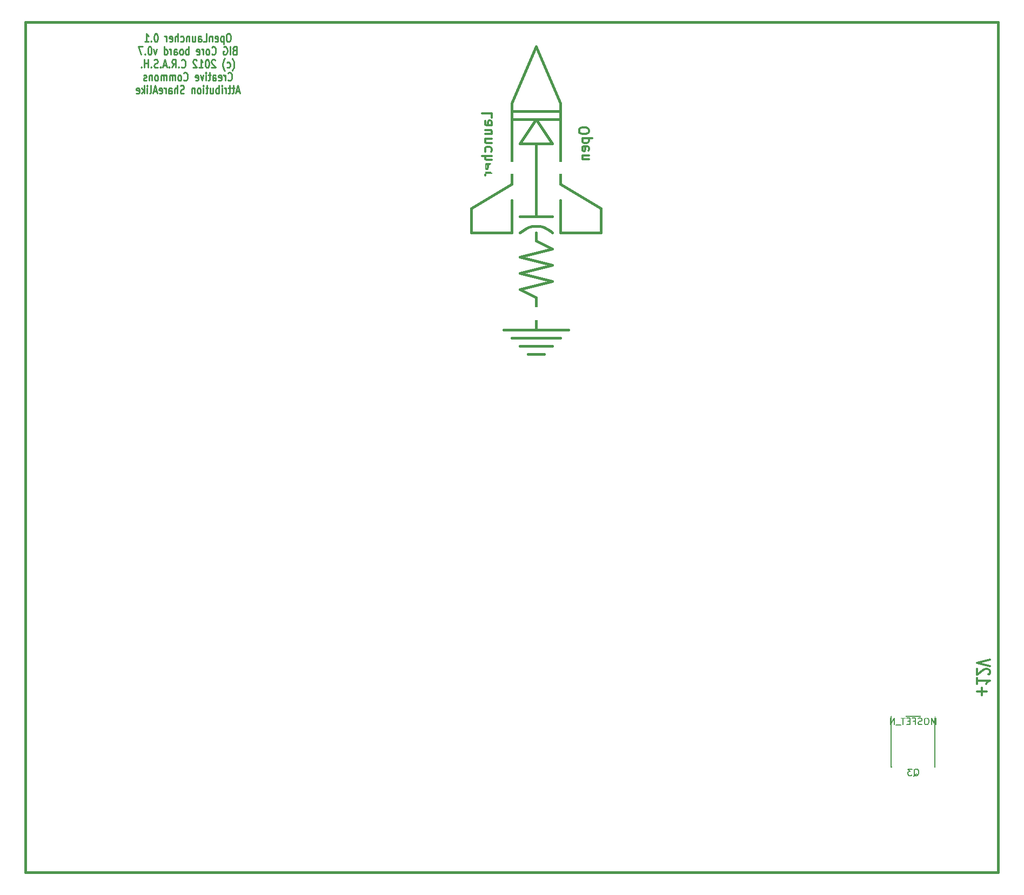
<source format=gbo>
G04 (created by PCBNEW-RS274X (2011-05-25)-stable) date Fri 10 Aug 2012 02:01:07 AM MDT*
G01*
G70*
G90*
%MOIN*%
G04 Gerber Fmt 3.4, Leading zero omitted, Abs format*
%FSLAX34Y34*%
G04 APERTURE LIST*
%ADD10C,0.006000*%
%ADD11C,0.010000*%
%ADD12C,0.012000*%
%ADD13C,0.015000*%
%ADD14C,0.005000*%
%ADD15C,0.008000*%
%ADD16C,0.180000*%
%ADD17C,0.075000*%
%ADD18C,0.080000*%
%ADD19R,0.080000X0.080000*%
%ADD20O,0.110000X0.082000*%
%ADD21R,0.110000X0.082000*%
%ADD22O,0.082000X0.110000*%
%ADD23R,0.082000X0.110000*%
%ADD24C,0.090000*%
%ADD25R,0.090000X0.090000*%
%ADD26R,0.075000X0.075000*%
%ADD27R,0.085000X0.085000*%
%ADD28C,0.085000*%
%ADD29O,0.118400X0.090900*%
%ADD30C,0.320000*%
%ADD31R,0.085000X0.140000*%
%ADD32R,0.260000X0.260000*%
%ADD33R,0.147600X0.147600*%
%ADD34C,0.147600*%
%ADD35C,0.065000*%
G04 APERTURE END LIST*
G54D10*
G54D11*
X40803Y-12952D02*
X40726Y-12952D01*
X40688Y-12976D01*
X40650Y-13024D01*
X40631Y-13119D01*
X40631Y-13286D01*
X40650Y-13381D01*
X40688Y-13429D01*
X40726Y-13452D01*
X40803Y-13452D01*
X40841Y-13429D01*
X40879Y-13381D01*
X40898Y-13286D01*
X40898Y-13119D01*
X40879Y-13024D01*
X40841Y-12976D01*
X40803Y-12952D01*
X40460Y-13119D02*
X40460Y-13619D01*
X40460Y-13143D02*
X40422Y-13119D01*
X40345Y-13119D01*
X40307Y-13143D01*
X40288Y-13167D01*
X40269Y-13214D01*
X40269Y-13357D01*
X40288Y-13405D01*
X40307Y-13429D01*
X40345Y-13452D01*
X40422Y-13452D01*
X40460Y-13429D01*
X39945Y-13429D02*
X39983Y-13452D01*
X40060Y-13452D01*
X40098Y-13429D01*
X40117Y-13381D01*
X40117Y-13190D01*
X40098Y-13143D01*
X40060Y-13119D01*
X39983Y-13119D01*
X39945Y-13143D01*
X39926Y-13190D01*
X39926Y-13238D01*
X40117Y-13286D01*
X39755Y-13119D02*
X39755Y-13452D01*
X39755Y-13167D02*
X39736Y-13143D01*
X39698Y-13119D01*
X39640Y-13119D01*
X39602Y-13143D01*
X39583Y-13190D01*
X39583Y-13452D01*
X39202Y-13452D02*
X39393Y-13452D01*
X39393Y-12952D01*
X38897Y-13452D02*
X38897Y-13190D01*
X38916Y-13143D01*
X38954Y-13119D01*
X39031Y-13119D01*
X39069Y-13143D01*
X38897Y-13429D02*
X38935Y-13452D01*
X39031Y-13452D01*
X39069Y-13429D01*
X39088Y-13381D01*
X39088Y-13333D01*
X39069Y-13286D01*
X39031Y-13262D01*
X38935Y-13262D01*
X38897Y-13238D01*
X38535Y-13119D02*
X38535Y-13452D01*
X38707Y-13119D02*
X38707Y-13381D01*
X38688Y-13429D01*
X38650Y-13452D01*
X38592Y-13452D01*
X38554Y-13429D01*
X38535Y-13405D01*
X38345Y-13119D02*
X38345Y-13452D01*
X38345Y-13167D02*
X38326Y-13143D01*
X38288Y-13119D01*
X38230Y-13119D01*
X38192Y-13143D01*
X38173Y-13190D01*
X38173Y-13452D01*
X37811Y-13429D02*
X37849Y-13452D01*
X37926Y-13452D01*
X37964Y-13429D01*
X37983Y-13405D01*
X38002Y-13357D01*
X38002Y-13214D01*
X37983Y-13167D01*
X37964Y-13143D01*
X37926Y-13119D01*
X37849Y-13119D01*
X37811Y-13143D01*
X37640Y-13452D02*
X37640Y-12952D01*
X37468Y-13452D02*
X37468Y-13190D01*
X37487Y-13143D01*
X37525Y-13119D01*
X37583Y-13119D01*
X37621Y-13143D01*
X37640Y-13167D01*
X37125Y-13429D02*
X37163Y-13452D01*
X37240Y-13452D01*
X37278Y-13429D01*
X37297Y-13381D01*
X37297Y-13190D01*
X37278Y-13143D01*
X37240Y-13119D01*
X37163Y-13119D01*
X37125Y-13143D01*
X37106Y-13190D01*
X37106Y-13238D01*
X37297Y-13286D01*
X36935Y-13452D02*
X36935Y-13119D01*
X36935Y-13214D02*
X36916Y-13167D01*
X36897Y-13143D01*
X36859Y-13119D01*
X36820Y-13119D01*
X36306Y-12952D02*
X36267Y-12952D01*
X36229Y-12976D01*
X36210Y-13000D01*
X36191Y-13048D01*
X36172Y-13143D01*
X36172Y-13262D01*
X36191Y-13357D01*
X36210Y-13405D01*
X36229Y-13429D01*
X36267Y-13452D01*
X36306Y-13452D01*
X36344Y-13429D01*
X36363Y-13405D01*
X36382Y-13357D01*
X36401Y-13262D01*
X36401Y-13143D01*
X36382Y-13048D01*
X36363Y-13000D01*
X36344Y-12976D01*
X36306Y-12952D01*
X36001Y-13405D02*
X35982Y-13429D01*
X36001Y-13452D01*
X36020Y-13429D01*
X36001Y-13405D01*
X36001Y-13452D01*
X35601Y-13452D02*
X35830Y-13452D01*
X35716Y-13452D02*
X35716Y-12952D01*
X35754Y-13024D01*
X35792Y-13071D01*
X35830Y-13095D01*
X41126Y-13990D02*
X41069Y-14014D01*
X41050Y-14038D01*
X41031Y-14086D01*
X41031Y-14157D01*
X41050Y-14205D01*
X41069Y-14229D01*
X41107Y-14252D01*
X41260Y-14252D01*
X41260Y-13752D01*
X41126Y-13752D01*
X41088Y-13776D01*
X41069Y-13800D01*
X41050Y-13848D01*
X41050Y-13895D01*
X41069Y-13943D01*
X41088Y-13967D01*
X41126Y-13990D01*
X41260Y-13990D01*
X40860Y-14252D02*
X40860Y-13752D01*
X40460Y-13776D02*
X40498Y-13752D01*
X40555Y-13752D01*
X40613Y-13776D01*
X40651Y-13824D01*
X40670Y-13871D01*
X40689Y-13967D01*
X40689Y-14038D01*
X40670Y-14133D01*
X40651Y-14181D01*
X40613Y-14229D01*
X40555Y-14252D01*
X40517Y-14252D01*
X40460Y-14229D01*
X40441Y-14205D01*
X40441Y-14038D01*
X40517Y-14038D01*
X39736Y-14205D02*
X39755Y-14229D01*
X39812Y-14252D01*
X39850Y-14252D01*
X39908Y-14229D01*
X39946Y-14181D01*
X39965Y-14133D01*
X39984Y-14038D01*
X39984Y-13967D01*
X39965Y-13871D01*
X39946Y-13824D01*
X39908Y-13776D01*
X39850Y-13752D01*
X39812Y-13752D01*
X39755Y-13776D01*
X39736Y-13800D01*
X39508Y-14252D02*
X39546Y-14229D01*
X39565Y-14205D01*
X39584Y-14157D01*
X39584Y-14014D01*
X39565Y-13967D01*
X39546Y-13943D01*
X39508Y-13919D01*
X39450Y-13919D01*
X39412Y-13943D01*
X39393Y-13967D01*
X39374Y-14014D01*
X39374Y-14157D01*
X39393Y-14205D01*
X39412Y-14229D01*
X39450Y-14252D01*
X39508Y-14252D01*
X39203Y-14252D02*
X39203Y-13919D01*
X39203Y-14014D02*
X39184Y-13967D01*
X39165Y-13943D01*
X39127Y-13919D01*
X39088Y-13919D01*
X38802Y-14229D02*
X38840Y-14252D01*
X38917Y-14252D01*
X38955Y-14229D01*
X38974Y-14181D01*
X38974Y-13990D01*
X38955Y-13943D01*
X38917Y-13919D01*
X38840Y-13919D01*
X38802Y-13943D01*
X38783Y-13990D01*
X38783Y-14038D01*
X38974Y-14086D01*
X38307Y-14252D02*
X38307Y-13752D01*
X38307Y-13943D02*
X38269Y-13919D01*
X38192Y-13919D01*
X38154Y-13943D01*
X38135Y-13967D01*
X38116Y-14014D01*
X38116Y-14157D01*
X38135Y-14205D01*
X38154Y-14229D01*
X38192Y-14252D01*
X38269Y-14252D01*
X38307Y-14229D01*
X37888Y-14252D02*
X37926Y-14229D01*
X37945Y-14205D01*
X37964Y-14157D01*
X37964Y-14014D01*
X37945Y-13967D01*
X37926Y-13943D01*
X37888Y-13919D01*
X37830Y-13919D01*
X37792Y-13943D01*
X37773Y-13967D01*
X37754Y-14014D01*
X37754Y-14157D01*
X37773Y-14205D01*
X37792Y-14229D01*
X37830Y-14252D01*
X37888Y-14252D01*
X37411Y-14252D02*
X37411Y-13990D01*
X37430Y-13943D01*
X37468Y-13919D01*
X37545Y-13919D01*
X37583Y-13943D01*
X37411Y-14229D02*
X37449Y-14252D01*
X37545Y-14252D01*
X37583Y-14229D01*
X37602Y-14181D01*
X37602Y-14133D01*
X37583Y-14086D01*
X37545Y-14062D01*
X37449Y-14062D01*
X37411Y-14038D01*
X37221Y-14252D02*
X37221Y-13919D01*
X37221Y-14014D02*
X37202Y-13967D01*
X37183Y-13943D01*
X37145Y-13919D01*
X37106Y-13919D01*
X36801Y-14252D02*
X36801Y-13752D01*
X36801Y-14229D02*
X36839Y-14252D01*
X36916Y-14252D01*
X36954Y-14229D01*
X36973Y-14205D01*
X36992Y-14157D01*
X36992Y-14014D01*
X36973Y-13967D01*
X36954Y-13943D01*
X36916Y-13919D01*
X36839Y-13919D01*
X36801Y-13943D01*
X36344Y-13919D02*
X36249Y-14252D01*
X36153Y-13919D01*
X35925Y-13752D02*
X35886Y-13752D01*
X35848Y-13776D01*
X35829Y-13800D01*
X35810Y-13848D01*
X35791Y-13943D01*
X35791Y-14062D01*
X35810Y-14157D01*
X35829Y-14205D01*
X35848Y-14229D01*
X35886Y-14252D01*
X35925Y-14252D01*
X35963Y-14229D01*
X35982Y-14205D01*
X36001Y-14157D01*
X36020Y-14062D01*
X36020Y-13943D01*
X36001Y-13848D01*
X35982Y-13800D01*
X35963Y-13776D01*
X35925Y-13752D01*
X35620Y-14205D02*
X35601Y-14229D01*
X35620Y-14252D01*
X35639Y-14229D01*
X35620Y-14205D01*
X35620Y-14252D01*
X35468Y-13752D02*
X35201Y-13752D01*
X35373Y-14252D01*
X40992Y-15243D02*
X41012Y-15219D01*
X41050Y-15148D01*
X41069Y-15100D01*
X41088Y-15029D01*
X41107Y-14910D01*
X41107Y-14814D01*
X41088Y-14695D01*
X41069Y-14624D01*
X41050Y-14576D01*
X41012Y-14505D01*
X40992Y-14481D01*
X40668Y-15029D02*
X40706Y-15052D01*
X40783Y-15052D01*
X40821Y-15029D01*
X40840Y-15005D01*
X40859Y-14957D01*
X40859Y-14814D01*
X40840Y-14767D01*
X40821Y-14743D01*
X40783Y-14719D01*
X40706Y-14719D01*
X40668Y-14743D01*
X40535Y-15243D02*
X40516Y-15219D01*
X40478Y-15148D01*
X40459Y-15100D01*
X40440Y-15029D01*
X40421Y-14910D01*
X40421Y-14814D01*
X40440Y-14695D01*
X40459Y-14624D01*
X40478Y-14576D01*
X40516Y-14505D01*
X40535Y-14481D01*
X39944Y-14600D02*
X39925Y-14576D01*
X39887Y-14552D01*
X39791Y-14552D01*
X39753Y-14576D01*
X39734Y-14600D01*
X39715Y-14648D01*
X39715Y-14695D01*
X39734Y-14767D01*
X39963Y-15052D01*
X39715Y-15052D01*
X39468Y-14552D02*
X39429Y-14552D01*
X39391Y-14576D01*
X39372Y-14600D01*
X39353Y-14648D01*
X39334Y-14743D01*
X39334Y-14862D01*
X39353Y-14957D01*
X39372Y-15005D01*
X39391Y-15029D01*
X39429Y-15052D01*
X39468Y-15052D01*
X39506Y-15029D01*
X39525Y-15005D01*
X39544Y-14957D01*
X39563Y-14862D01*
X39563Y-14743D01*
X39544Y-14648D01*
X39525Y-14600D01*
X39506Y-14576D01*
X39468Y-14552D01*
X38953Y-15052D02*
X39182Y-15052D01*
X39068Y-15052D02*
X39068Y-14552D01*
X39106Y-14624D01*
X39144Y-14671D01*
X39182Y-14695D01*
X38801Y-14600D02*
X38782Y-14576D01*
X38744Y-14552D01*
X38648Y-14552D01*
X38610Y-14576D01*
X38591Y-14600D01*
X38572Y-14648D01*
X38572Y-14695D01*
X38591Y-14767D01*
X38820Y-15052D01*
X38572Y-15052D01*
X37867Y-15005D02*
X37886Y-15029D01*
X37943Y-15052D01*
X37981Y-15052D01*
X38039Y-15029D01*
X38077Y-14981D01*
X38096Y-14933D01*
X38115Y-14838D01*
X38115Y-14767D01*
X38096Y-14671D01*
X38077Y-14624D01*
X38039Y-14576D01*
X37981Y-14552D01*
X37943Y-14552D01*
X37886Y-14576D01*
X37867Y-14600D01*
X37696Y-15005D02*
X37677Y-15029D01*
X37696Y-15052D01*
X37715Y-15029D01*
X37696Y-15005D01*
X37696Y-15052D01*
X37277Y-15052D02*
X37411Y-14814D01*
X37506Y-15052D02*
X37506Y-14552D01*
X37353Y-14552D01*
X37315Y-14576D01*
X37296Y-14600D01*
X37277Y-14648D01*
X37277Y-14719D01*
X37296Y-14767D01*
X37315Y-14790D01*
X37353Y-14814D01*
X37506Y-14814D01*
X37106Y-15005D02*
X37087Y-15029D01*
X37106Y-15052D01*
X37125Y-15029D01*
X37106Y-15005D01*
X37106Y-15052D01*
X36935Y-14910D02*
X36744Y-14910D01*
X36973Y-15052D02*
X36840Y-14552D01*
X36706Y-15052D01*
X36573Y-15005D02*
X36554Y-15029D01*
X36573Y-15052D01*
X36592Y-15029D01*
X36573Y-15005D01*
X36573Y-15052D01*
X36402Y-15029D02*
X36345Y-15052D01*
X36249Y-15052D01*
X36211Y-15029D01*
X36192Y-15005D01*
X36173Y-14957D01*
X36173Y-14910D01*
X36192Y-14862D01*
X36211Y-14838D01*
X36249Y-14814D01*
X36326Y-14790D01*
X36364Y-14767D01*
X36383Y-14743D01*
X36402Y-14695D01*
X36402Y-14648D01*
X36383Y-14600D01*
X36364Y-14576D01*
X36326Y-14552D01*
X36230Y-14552D01*
X36173Y-14576D01*
X36002Y-15005D02*
X35983Y-15029D01*
X36002Y-15052D01*
X36021Y-15029D01*
X36002Y-15005D01*
X36002Y-15052D01*
X35812Y-15052D02*
X35812Y-14552D01*
X35812Y-14790D02*
X35583Y-14790D01*
X35583Y-15052D02*
X35583Y-14552D01*
X35393Y-15005D02*
X35374Y-15029D01*
X35393Y-15052D01*
X35412Y-15029D01*
X35393Y-15005D01*
X35393Y-15052D01*
X40726Y-15805D02*
X40745Y-15829D01*
X40802Y-15852D01*
X40840Y-15852D01*
X40898Y-15829D01*
X40936Y-15781D01*
X40955Y-15733D01*
X40974Y-15638D01*
X40974Y-15567D01*
X40955Y-15471D01*
X40936Y-15424D01*
X40898Y-15376D01*
X40840Y-15352D01*
X40802Y-15352D01*
X40745Y-15376D01*
X40726Y-15400D01*
X40555Y-15852D02*
X40555Y-15519D01*
X40555Y-15614D02*
X40536Y-15567D01*
X40517Y-15543D01*
X40479Y-15519D01*
X40440Y-15519D01*
X40154Y-15829D02*
X40192Y-15852D01*
X40269Y-15852D01*
X40307Y-15829D01*
X40326Y-15781D01*
X40326Y-15590D01*
X40307Y-15543D01*
X40269Y-15519D01*
X40192Y-15519D01*
X40154Y-15543D01*
X40135Y-15590D01*
X40135Y-15638D01*
X40326Y-15686D01*
X39792Y-15852D02*
X39792Y-15590D01*
X39811Y-15543D01*
X39849Y-15519D01*
X39926Y-15519D01*
X39964Y-15543D01*
X39792Y-15829D02*
X39830Y-15852D01*
X39926Y-15852D01*
X39964Y-15829D01*
X39983Y-15781D01*
X39983Y-15733D01*
X39964Y-15686D01*
X39926Y-15662D01*
X39830Y-15662D01*
X39792Y-15638D01*
X39659Y-15519D02*
X39507Y-15519D01*
X39602Y-15352D02*
X39602Y-15781D01*
X39583Y-15829D01*
X39545Y-15852D01*
X39507Y-15852D01*
X39373Y-15852D02*
X39373Y-15519D01*
X39373Y-15352D02*
X39392Y-15376D01*
X39373Y-15400D01*
X39354Y-15376D01*
X39373Y-15352D01*
X39373Y-15400D01*
X39221Y-15519D02*
X39126Y-15852D01*
X39030Y-15519D01*
X38725Y-15829D02*
X38763Y-15852D01*
X38840Y-15852D01*
X38878Y-15829D01*
X38897Y-15781D01*
X38897Y-15590D01*
X38878Y-15543D01*
X38840Y-15519D01*
X38763Y-15519D01*
X38725Y-15543D01*
X38706Y-15590D01*
X38706Y-15638D01*
X38897Y-15686D01*
X38001Y-15805D02*
X38020Y-15829D01*
X38077Y-15852D01*
X38115Y-15852D01*
X38173Y-15829D01*
X38211Y-15781D01*
X38230Y-15733D01*
X38249Y-15638D01*
X38249Y-15567D01*
X38230Y-15471D01*
X38211Y-15424D01*
X38173Y-15376D01*
X38115Y-15352D01*
X38077Y-15352D01*
X38020Y-15376D01*
X38001Y-15400D01*
X37773Y-15852D02*
X37811Y-15829D01*
X37830Y-15805D01*
X37849Y-15757D01*
X37849Y-15614D01*
X37830Y-15567D01*
X37811Y-15543D01*
X37773Y-15519D01*
X37715Y-15519D01*
X37677Y-15543D01*
X37658Y-15567D01*
X37639Y-15614D01*
X37639Y-15757D01*
X37658Y-15805D01*
X37677Y-15829D01*
X37715Y-15852D01*
X37773Y-15852D01*
X37468Y-15852D02*
X37468Y-15519D01*
X37468Y-15567D02*
X37449Y-15543D01*
X37411Y-15519D01*
X37353Y-15519D01*
X37315Y-15543D01*
X37296Y-15590D01*
X37296Y-15852D01*
X37296Y-15590D02*
X37277Y-15543D01*
X37239Y-15519D01*
X37182Y-15519D01*
X37144Y-15543D01*
X37125Y-15590D01*
X37125Y-15852D01*
X36935Y-15852D02*
X36935Y-15519D01*
X36935Y-15567D02*
X36916Y-15543D01*
X36878Y-15519D01*
X36820Y-15519D01*
X36782Y-15543D01*
X36763Y-15590D01*
X36763Y-15852D01*
X36763Y-15590D02*
X36744Y-15543D01*
X36706Y-15519D01*
X36649Y-15519D01*
X36611Y-15543D01*
X36592Y-15590D01*
X36592Y-15852D01*
X36345Y-15852D02*
X36383Y-15829D01*
X36402Y-15805D01*
X36421Y-15757D01*
X36421Y-15614D01*
X36402Y-15567D01*
X36383Y-15543D01*
X36345Y-15519D01*
X36287Y-15519D01*
X36249Y-15543D01*
X36230Y-15567D01*
X36211Y-15614D01*
X36211Y-15757D01*
X36230Y-15805D01*
X36249Y-15829D01*
X36287Y-15852D01*
X36345Y-15852D01*
X36040Y-15519D02*
X36040Y-15852D01*
X36040Y-15567D02*
X36021Y-15543D01*
X35983Y-15519D01*
X35925Y-15519D01*
X35887Y-15543D01*
X35868Y-15590D01*
X35868Y-15852D01*
X35697Y-15829D02*
X35659Y-15852D01*
X35583Y-15852D01*
X35544Y-15829D01*
X35525Y-15781D01*
X35525Y-15757D01*
X35544Y-15710D01*
X35583Y-15686D01*
X35640Y-15686D01*
X35678Y-15662D01*
X35697Y-15614D01*
X35697Y-15590D01*
X35678Y-15543D01*
X35640Y-15519D01*
X35583Y-15519D01*
X35544Y-15543D01*
X41432Y-16510D02*
X41241Y-16510D01*
X41470Y-16652D02*
X41337Y-16152D01*
X41203Y-16652D01*
X41127Y-16319D02*
X40975Y-16319D01*
X41070Y-16152D02*
X41070Y-16581D01*
X41051Y-16629D01*
X41013Y-16652D01*
X40975Y-16652D01*
X40898Y-16319D02*
X40746Y-16319D01*
X40841Y-16152D02*
X40841Y-16581D01*
X40822Y-16629D01*
X40784Y-16652D01*
X40746Y-16652D01*
X40612Y-16652D02*
X40612Y-16319D01*
X40612Y-16414D02*
X40593Y-16367D01*
X40574Y-16343D01*
X40536Y-16319D01*
X40497Y-16319D01*
X40364Y-16652D02*
X40364Y-16319D01*
X40364Y-16152D02*
X40383Y-16176D01*
X40364Y-16200D01*
X40345Y-16176D01*
X40364Y-16152D01*
X40364Y-16200D01*
X40174Y-16652D02*
X40174Y-16152D01*
X40174Y-16343D02*
X40136Y-16319D01*
X40059Y-16319D01*
X40021Y-16343D01*
X40002Y-16367D01*
X39983Y-16414D01*
X39983Y-16557D01*
X40002Y-16605D01*
X40021Y-16629D01*
X40059Y-16652D01*
X40136Y-16652D01*
X40174Y-16629D01*
X39640Y-16319D02*
X39640Y-16652D01*
X39812Y-16319D02*
X39812Y-16581D01*
X39793Y-16629D01*
X39755Y-16652D01*
X39697Y-16652D01*
X39659Y-16629D01*
X39640Y-16605D01*
X39507Y-16319D02*
X39355Y-16319D01*
X39450Y-16152D02*
X39450Y-16581D01*
X39431Y-16629D01*
X39393Y-16652D01*
X39355Y-16652D01*
X39221Y-16652D02*
X39221Y-16319D01*
X39221Y-16152D02*
X39240Y-16176D01*
X39221Y-16200D01*
X39202Y-16176D01*
X39221Y-16152D01*
X39221Y-16200D01*
X38974Y-16652D02*
X39012Y-16629D01*
X39031Y-16605D01*
X39050Y-16557D01*
X39050Y-16414D01*
X39031Y-16367D01*
X39012Y-16343D01*
X38974Y-16319D01*
X38916Y-16319D01*
X38878Y-16343D01*
X38859Y-16367D01*
X38840Y-16414D01*
X38840Y-16557D01*
X38859Y-16605D01*
X38878Y-16629D01*
X38916Y-16652D01*
X38974Y-16652D01*
X38669Y-16319D02*
X38669Y-16652D01*
X38669Y-16367D02*
X38650Y-16343D01*
X38612Y-16319D01*
X38554Y-16319D01*
X38516Y-16343D01*
X38497Y-16390D01*
X38497Y-16652D01*
X38021Y-16629D02*
X37964Y-16652D01*
X37868Y-16652D01*
X37830Y-16629D01*
X37811Y-16605D01*
X37792Y-16557D01*
X37792Y-16510D01*
X37811Y-16462D01*
X37830Y-16438D01*
X37868Y-16414D01*
X37945Y-16390D01*
X37983Y-16367D01*
X38002Y-16343D01*
X38021Y-16295D01*
X38021Y-16248D01*
X38002Y-16200D01*
X37983Y-16176D01*
X37945Y-16152D01*
X37849Y-16152D01*
X37792Y-16176D01*
X37621Y-16652D02*
X37621Y-16152D01*
X37449Y-16652D02*
X37449Y-16390D01*
X37468Y-16343D01*
X37506Y-16319D01*
X37564Y-16319D01*
X37602Y-16343D01*
X37621Y-16367D01*
X37087Y-16652D02*
X37087Y-16390D01*
X37106Y-16343D01*
X37144Y-16319D01*
X37221Y-16319D01*
X37259Y-16343D01*
X37087Y-16629D02*
X37125Y-16652D01*
X37221Y-16652D01*
X37259Y-16629D01*
X37278Y-16581D01*
X37278Y-16533D01*
X37259Y-16486D01*
X37221Y-16462D01*
X37125Y-16462D01*
X37087Y-16438D01*
X36897Y-16652D02*
X36897Y-16319D01*
X36897Y-16414D02*
X36878Y-16367D01*
X36859Y-16343D01*
X36821Y-16319D01*
X36782Y-16319D01*
X36496Y-16629D02*
X36534Y-16652D01*
X36611Y-16652D01*
X36649Y-16629D01*
X36668Y-16581D01*
X36668Y-16390D01*
X36649Y-16343D01*
X36611Y-16319D01*
X36534Y-16319D01*
X36496Y-16343D01*
X36477Y-16390D01*
X36477Y-16438D01*
X36668Y-16486D01*
X36325Y-16510D02*
X36134Y-16510D01*
X36363Y-16652D02*
X36230Y-16152D01*
X36096Y-16652D01*
X35906Y-16652D02*
X35944Y-16629D01*
X35963Y-16581D01*
X35963Y-16152D01*
X35753Y-16652D02*
X35753Y-16319D01*
X35753Y-16152D02*
X35772Y-16176D01*
X35753Y-16200D01*
X35734Y-16176D01*
X35753Y-16152D01*
X35753Y-16200D01*
X35563Y-16652D02*
X35563Y-16152D01*
X35525Y-16462D02*
X35410Y-16652D01*
X35410Y-16319D02*
X35563Y-16510D01*
X35086Y-16629D02*
X35124Y-16652D01*
X35201Y-16652D01*
X35239Y-16629D01*
X35258Y-16581D01*
X35258Y-16390D01*
X35239Y-16343D01*
X35201Y-16319D01*
X35124Y-16319D01*
X35086Y-16343D01*
X35067Y-16390D01*
X35067Y-16438D01*
X35258Y-16486D01*
G54D12*
X87231Y-53806D02*
X87231Y-53349D01*
X86926Y-53578D02*
X87536Y-53578D01*
X86926Y-52749D02*
X86926Y-53092D01*
X86926Y-52920D02*
X87726Y-52920D01*
X87612Y-52977D01*
X87536Y-53035D01*
X87498Y-53092D01*
X87650Y-52521D02*
X87688Y-52492D01*
X87726Y-52435D01*
X87726Y-52292D01*
X87688Y-52235D01*
X87650Y-52206D01*
X87574Y-52178D01*
X87498Y-52178D01*
X87383Y-52206D01*
X86926Y-52549D01*
X86926Y-52178D01*
X87726Y-52007D02*
X86926Y-51807D01*
X87726Y-51607D01*
G54D13*
X28250Y-64750D02*
X28250Y-62500D01*
X88250Y-64750D02*
X88250Y-62500D01*
X88250Y-61250D02*
X88250Y-62500D01*
X28250Y-62500D02*
X28250Y-60750D01*
X28250Y-12250D02*
X28250Y-62250D01*
X88250Y-12250D02*
X28250Y-12250D01*
X88250Y-62250D02*
X88250Y-12250D01*
X28250Y-64750D02*
X88250Y-64750D01*
G54D14*
X83550Y-55100D02*
X83550Y-53850D01*
X83550Y-53850D02*
X84250Y-53850D01*
X84250Y-53850D02*
X84250Y-55100D01*
X81750Y-55100D02*
X81750Y-53850D01*
X81750Y-53850D02*
X82450Y-53850D01*
X82450Y-53850D02*
X82450Y-55100D01*
X84350Y-57500D02*
X84350Y-55100D01*
X84350Y-55100D02*
X81650Y-55100D01*
X81650Y-55100D02*
X81650Y-58200D01*
X81650Y-58250D02*
X84350Y-58250D01*
X84350Y-58200D02*
X84350Y-57500D01*
G54D13*
X60250Y-32750D02*
X59250Y-32750D01*
X60750Y-32250D02*
X58750Y-32250D01*
X61250Y-31750D02*
X58250Y-31750D01*
X61750Y-31250D02*
X57750Y-31250D01*
X59750Y-30250D02*
X59750Y-31250D01*
X59750Y-19750D02*
X59750Y-24250D01*
X59750Y-18250D02*
X60750Y-19750D01*
X60750Y-19750D02*
X58750Y-19750D01*
X58750Y-19750D02*
X59750Y-18250D01*
X59750Y-25250D02*
X59750Y-25750D01*
X59750Y-25750D02*
X60750Y-26250D01*
X60750Y-26250D02*
X58750Y-26750D01*
X58750Y-26750D02*
X60750Y-27250D01*
X60750Y-27250D02*
X58750Y-27750D01*
X58750Y-27750D02*
X60750Y-28250D01*
X60750Y-28250D02*
X58750Y-28750D01*
X58750Y-28750D02*
X59750Y-29250D01*
X59750Y-29250D02*
X59750Y-30250D01*
X61250Y-17750D02*
X58250Y-17750D01*
X58250Y-17750D02*
X58250Y-18250D01*
X58250Y-18250D02*
X61250Y-18250D01*
X60749Y-25251D02*
X60658Y-25167D01*
X60561Y-25092D01*
X60457Y-25026D01*
X60347Y-24969D01*
X60233Y-24922D01*
X60115Y-24885D01*
X59995Y-24858D01*
X59873Y-24842D01*
X59750Y-24836D01*
X59627Y-24842D01*
X59505Y-24858D01*
X59385Y-24885D01*
X59267Y-24922D01*
X59153Y-24969D01*
X59044Y-25026D01*
X58939Y-25092D01*
X58842Y-25167D01*
X58751Y-25251D01*
X60750Y-24250D02*
X58750Y-24250D01*
X58250Y-25250D02*
X58250Y-23250D01*
X58250Y-25250D02*
X55750Y-25250D01*
X55750Y-25250D02*
X55750Y-23750D01*
X55750Y-23750D02*
X58250Y-22250D01*
X58250Y-22250D02*
X58250Y-17250D01*
X58250Y-17250D02*
X59750Y-13750D01*
X59750Y-13750D02*
X61250Y-17250D01*
X61250Y-17250D02*
X61250Y-22250D01*
X61250Y-22250D02*
X63750Y-23750D01*
X63750Y-23750D02*
X63750Y-25250D01*
X63750Y-25250D02*
X61250Y-25250D01*
X61250Y-25250D02*
X61250Y-23250D01*
G54D15*
X83038Y-58800D02*
X83076Y-58781D01*
X83114Y-58743D01*
X83171Y-58686D01*
X83210Y-58667D01*
X83248Y-58667D01*
X83229Y-58762D02*
X83267Y-58743D01*
X83305Y-58705D01*
X83324Y-58629D01*
X83324Y-58495D01*
X83305Y-58419D01*
X83267Y-58381D01*
X83229Y-58362D01*
X83152Y-58362D01*
X83114Y-58381D01*
X83076Y-58419D01*
X83057Y-58495D01*
X83057Y-58629D01*
X83076Y-58705D01*
X83114Y-58743D01*
X83152Y-58762D01*
X83229Y-58762D01*
X82924Y-58362D02*
X82676Y-58362D01*
X82810Y-58514D01*
X82752Y-58514D01*
X82714Y-58533D01*
X82695Y-58552D01*
X82676Y-58590D01*
X82676Y-58686D01*
X82695Y-58724D01*
X82714Y-58743D01*
X82752Y-58762D01*
X82867Y-58762D01*
X82905Y-58743D01*
X82924Y-58724D01*
X84400Y-55612D02*
X84400Y-55212D01*
X84266Y-55498D01*
X84133Y-55212D01*
X84133Y-55612D01*
X83867Y-55212D02*
X83790Y-55212D01*
X83752Y-55231D01*
X83714Y-55269D01*
X83695Y-55345D01*
X83695Y-55479D01*
X83714Y-55555D01*
X83752Y-55593D01*
X83790Y-55612D01*
X83867Y-55612D01*
X83905Y-55593D01*
X83943Y-55555D01*
X83962Y-55479D01*
X83962Y-55345D01*
X83943Y-55269D01*
X83905Y-55231D01*
X83867Y-55212D01*
X83543Y-55593D02*
X83486Y-55612D01*
X83390Y-55612D01*
X83352Y-55593D01*
X83333Y-55574D01*
X83314Y-55536D01*
X83314Y-55498D01*
X83333Y-55460D01*
X83352Y-55440D01*
X83390Y-55421D01*
X83467Y-55402D01*
X83505Y-55383D01*
X83524Y-55364D01*
X83543Y-55326D01*
X83543Y-55288D01*
X83524Y-55250D01*
X83505Y-55231D01*
X83467Y-55212D01*
X83371Y-55212D01*
X83314Y-55231D01*
X83009Y-55402D02*
X83143Y-55402D01*
X83143Y-55612D02*
X83143Y-55212D01*
X82952Y-55212D01*
X82800Y-55402D02*
X82666Y-55402D01*
X82609Y-55612D02*
X82800Y-55612D01*
X82800Y-55212D01*
X82609Y-55212D01*
X82495Y-55212D02*
X82266Y-55212D01*
X82381Y-55612D02*
X82381Y-55212D01*
X82228Y-55650D02*
X81923Y-55650D01*
X81828Y-55612D02*
X81828Y-55212D01*
X81599Y-55612D01*
X81599Y-55212D01*
G54D12*
X56993Y-18151D02*
X56993Y-17865D01*
X56393Y-17865D01*
X56993Y-18608D02*
X56679Y-18608D01*
X56621Y-18579D01*
X56593Y-18522D01*
X56593Y-18408D01*
X56621Y-18351D01*
X56964Y-18608D02*
X56993Y-18551D01*
X56993Y-18408D01*
X56964Y-18351D01*
X56907Y-18322D01*
X56850Y-18322D01*
X56793Y-18351D01*
X56764Y-18408D01*
X56764Y-18551D01*
X56736Y-18608D01*
X56593Y-19151D02*
X56993Y-19151D01*
X56593Y-18894D02*
X56907Y-18894D01*
X56964Y-18922D01*
X56993Y-18980D01*
X56993Y-19065D01*
X56964Y-19122D01*
X56936Y-19151D01*
X56593Y-19437D02*
X56993Y-19437D01*
X56650Y-19437D02*
X56621Y-19465D01*
X56593Y-19523D01*
X56593Y-19608D01*
X56621Y-19665D01*
X56679Y-19694D01*
X56993Y-19694D01*
X56964Y-20237D02*
X56993Y-20180D01*
X56993Y-20066D01*
X56964Y-20008D01*
X56936Y-19980D01*
X56879Y-19951D01*
X56707Y-19951D01*
X56650Y-19980D01*
X56621Y-20008D01*
X56593Y-20066D01*
X56593Y-20180D01*
X56621Y-20237D01*
X56993Y-20494D02*
X56393Y-20494D01*
X56993Y-20751D02*
X56679Y-20751D01*
X56621Y-20722D01*
X56593Y-20665D01*
X56593Y-20580D01*
X56621Y-20522D01*
X56650Y-20494D01*
X56964Y-21265D02*
X56993Y-21208D01*
X56993Y-21094D01*
X56964Y-21037D01*
X56907Y-21008D01*
X56679Y-21008D01*
X56621Y-21037D01*
X56593Y-21094D01*
X56593Y-21208D01*
X56621Y-21265D01*
X56679Y-21294D01*
X56736Y-21294D01*
X56793Y-21008D01*
X56993Y-21551D02*
X56593Y-21551D01*
X56707Y-21551D02*
X56650Y-21579D01*
X56621Y-21608D01*
X56593Y-21665D01*
X56593Y-21722D01*
X62393Y-18893D02*
X62393Y-19007D01*
X62421Y-19065D01*
X62479Y-19122D01*
X62593Y-19150D01*
X62793Y-19150D01*
X62907Y-19122D01*
X62964Y-19065D01*
X62993Y-19007D01*
X62993Y-18893D01*
X62964Y-18836D01*
X62907Y-18779D01*
X62793Y-18750D01*
X62593Y-18750D01*
X62479Y-18779D01*
X62421Y-18836D01*
X62393Y-18893D01*
X62593Y-19408D02*
X63193Y-19408D01*
X62621Y-19408D02*
X62593Y-19465D01*
X62593Y-19579D01*
X62621Y-19636D01*
X62650Y-19665D01*
X62707Y-19694D01*
X62879Y-19694D01*
X62936Y-19665D01*
X62964Y-19636D01*
X62993Y-19579D01*
X62993Y-19465D01*
X62964Y-19408D01*
X62964Y-20179D02*
X62993Y-20122D01*
X62993Y-20008D01*
X62964Y-19951D01*
X62907Y-19922D01*
X62679Y-19922D01*
X62621Y-19951D01*
X62593Y-20008D01*
X62593Y-20122D01*
X62621Y-20179D01*
X62679Y-20208D01*
X62736Y-20208D01*
X62793Y-19922D01*
X62593Y-20465D02*
X62993Y-20465D01*
X62650Y-20465D02*
X62621Y-20493D01*
X62593Y-20551D01*
X62593Y-20636D01*
X62621Y-20693D01*
X62679Y-20722D01*
X62993Y-20722D01*
%LPC*%
G54D16*
X62750Y-34250D03*
X82250Y-14250D03*
X48250Y-14250D03*
X63250Y-14250D03*
G54D17*
X63270Y-18190D03*
X63270Y-16190D03*
G54D18*
X60350Y-38750D03*
G54D19*
X65000Y-23000D03*
G54D18*
X66000Y-23000D03*
X67000Y-23000D03*
G54D19*
X65000Y-24500D03*
G54D18*
X66000Y-24500D03*
X67000Y-24500D03*
G54D19*
X65000Y-21500D03*
G54D18*
X66000Y-21500D03*
X67000Y-21500D03*
G54D19*
X34000Y-59750D03*
G54D18*
X35000Y-59750D03*
X36000Y-59750D03*
X37000Y-59750D03*
X38000Y-59750D03*
X39000Y-59750D03*
G54D19*
X46500Y-59750D03*
G54D18*
X47500Y-59750D03*
X48500Y-59750D03*
X49500Y-59750D03*
X50500Y-59750D03*
X51500Y-59750D03*
G54D20*
X49250Y-32750D03*
X49250Y-33750D03*
X49250Y-34750D03*
X49250Y-35750D03*
X49250Y-36750D03*
X49250Y-37750D03*
X49250Y-38750D03*
X49250Y-39750D03*
X49250Y-40750D03*
X49250Y-41750D03*
X49250Y-42750D03*
X49250Y-43750D03*
X49250Y-44750D03*
G54D21*
X49250Y-31750D03*
G54D20*
X52250Y-44750D03*
X52250Y-43750D03*
X52250Y-42750D03*
X52250Y-41750D03*
X52250Y-40750D03*
X52250Y-39750D03*
X52250Y-38750D03*
X52250Y-37750D03*
X52250Y-36750D03*
X52250Y-35750D03*
X52250Y-34750D03*
X52250Y-33750D03*
X52250Y-32750D03*
X52250Y-31750D03*
G54D22*
X34250Y-48250D03*
X35250Y-48250D03*
X36250Y-48250D03*
X37250Y-48250D03*
X38250Y-48250D03*
X39250Y-48250D03*
X40250Y-48250D03*
X41250Y-48250D03*
X42250Y-48250D03*
X43250Y-48250D03*
X44250Y-48250D03*
X45250Y-48250D03*
X46250Y-48250D03*
G54D23*
X33250Y-48250D03*
G54D22*
X46250Y-45250D03*
X45250Y-45250D03*
X44250Y-45250D03*
X43250Y-45250D03*
X42250Y-45250D03*
X41250Y-45250D03*
X40250Y-45250D03*
X39250Y-45250D03*
X38250Y-45250D03*
X37250Y-45250D03*
X36250Y-45250D03*
X35250Y-45250D03*
X34250Y-45250D03*
X33250Y-45250D03*
G54D23*
X49750Y-50750D03*
G54D22*
X50750Y-50750D03*
X51750Y-50750D03*
X52750Y-50750D03*
X53750Y-50750D03*
X54750Y-50750D03*
X55750Y-50750D03*
X56750Y-50750D03*
X57750Y-50750D03*
X57750Y-47750D03*
X56750Y-47750D03*
X55750Y-47750D03*
X54750Y-47750D03*
X53750Y-47750D03*
X52750Y-47750D03*
X51750Y-47750D03*
X50750Y-47750D03*
X49750Y-47750D03*
G54D24*
X82750Y-46250D03*
G54D25*
X86750Y-46250D03*
G54D26*
X85750Y-52750D03*
G54D17*
X82750Y-52750D03*
X69000Y-26750D03*
X67000Y-26750D03*
X74750Y-51250D03*
X72750Y-51250D03*
X77000Y-26750D03*
X77000Y-27750D03*
X69850Y-45350D03*
X71850Y-45350D03*
X77000Y-25750D03*
X77000Y-24750D03*
G54D19*
X59000Y-59750D03*
G54D18*
X60000Y-59750D03*
X61000Y-59750D03*
X62000Y-59750D03*
X63000Y-59750D03*
X64000Y-59750D03*
G54D25*
X66750Y-39750D03*
G54D24*
X66750Y-41750D03*
G54D17*
X83000Y-34750D03*
X83000Y-32750D03*
G54D24*
X66750Y-50750D03*
G54D25*
X66750Y-45750D03*
G54D24*
X75750Y-55250D03*
G54D25*
X71750Y-55250D03*
G54D26*
X77250Y-49750D03*
G54D17*
X77250Y-52750D03*
G54D26*
X77750Y-44500D03*
G54D17*
X74750Y-44500D03*
G54D19*
X72500Y-59750D03*
G54D18*
X73500Y-59750D03*
X74500Y-59750D03*
X75500Y-59750D03*
X76500Y-59750D03*
X77500Y-59750D03*
G54D20*
X73500Y-33750D03*
X73500Y-32750D03*
X73500Y-31750D03*
X73500Y-30750D03*
X73500Y-29750D03*
X73500Y-28750D03*
X73500Y-27750D03*
X73500Y-26750D03*
X73500Y-25750D03*
X73500Y-24750D03*
X73500Y-23750D03*
X73500Y-22750D03*
X73500Y-21750D03*
G54D21*
X73500Y-34750D03*
G54D20*
X70500Y-21750D03*
X70500Y-22750D03*
X70500Y-23750D03*
X70500Y-24750D03*
X70500Y-25750D03*
X70500Y-26750D03*
X70500Y-27750D03*
X70500Y-28750D03*
X70500Y-29750D03*
X70500Y-30750D03*
X70500Y-31750D03*
X70500Y-32750D03*
X70500Y-33750D03*
X70500Y-34750D03*
G54D19*
X68750Y-16500D03*
G54D18*
X68750Y-15500D03*
X69750Y-16500D03*
X69750Y-15500D03*
X70750Y-16500D03*
X70750Y-15500D03*
G54D17*
X87000Y-34750D03*
X87000Y-36750D03*
X84000Y-34750D03*
X84000Y-36750D03*
G54D27*
X68750Y-52250D03*
G54D28*
X69750Y-52250D03*
G54D25*
X62250Y-46750D03*
G54D24*
X64250Y-46750D03*
G54D17*
X64250Y-43750D03*
X62250Y-43750D03*
G54D25*
X76000Y-41000D03*
G54D24*
X76000Y-43000D03*
G54D27*
X76000Y-46250D03*
G54D28*
X76000Y-47250D03*
G54D17*
X75250Y-48750D03*
X77250Y-48750D03*
X67000Y-27750D03*
X69000Y-27750D03*
G54D28*
X67250Y-54250D03*
X64250Y-54250D03*
X64250Y-53250D03*
X67250Y-53250D03*
X86250Y-41750D03*
X86250Y-44750D03*
X84250Y-44750D03*
X84250Y-41750D03*
X45250Y-43750D03*
X45250Y-40750D03*
X70500Y-13750D03*
X73500Y-13750D03*
G54D26*
X64750Y-51250D03*
G54D17*
X63750Y-51250D03*
X63750Y-50250D03*
G54D24*
X75250Y-25250D03*
X75250Y-27250D03*
G54D23*
X43750Y-29250D03*
G54D22*
X44750Y-29250D03*
X45750Y-29250D03*
X46750Y-29250D03*
X47750Y-29250D03*
X48750Y-29250D03*
X49750Y-29250D03*
X50750Y-29250D03*
X51750Y-29250D03*
X51750Y-26250D03*
X50750Y-26250D03*
X49750Y-26250D03*
X48750Y-26250D03*
X47750Y-26250D03*
X46750Y-26250D03*
X45750Y-26250D03*
X44750Y-26250D03*
X43750Y-26250D03*
G54D23*
X33750Y-29250D03*
G54D22*
X34750Y-29250D03*
X35750Y-29250D03*
X36750Y-29250D03*
X37750Y-29250D03*
X38750Y-29250D03*
X39750Y-29250D03*
X40750Y-29250D03*
X41750Y-29250D03*
X41750Y-26250D03*
X40750Y-26250D03*
X39750Y-26250D03*
X38750Y-26250D03*
X37750Y-26250D03*
X36750Y-26250D03*
X35750Y-26250D03*
X34750Y-26250D03*
X33750Y-26250D03*
G54D23*
X33250Y-43750D03*
G54D22*
X34250Y-43750D03*
X35250Y-43750D03*
X36250Y-43750D03*
X37250Y-43750D03*
X38250Y-43750D03*
X39250Y-43750D03*
X40250Y-43750D03*
X41250Y-43750D03*
X41250Y-40750D03*
X40250Y-40750D03*
X39250Y-40750D03*
X38250Y-40750D03*
X37250Y-40750D03*
X36250Y-40750D03*
X35250Y-40750D03*
X34250Y-40750D03*
X33250Y-40750D03*
G54D23*
X41250Y-50750D03*
G54D22*
X40250Y-50750D03*
X39250Y-50750D03*
X38250Y-50750D03*
X37250Y-50750D03*
X36250Y-50750D03*
X35250Y-50750D03*
X34250Y-50750D03*
X33250Y-50750D03*
X33250Y-53750D03*
X34250Y-53750D03*
X35250Y-53750D03*
X36250Y-53750D03*
X37250Y-53750D03*
X38250Y-53750D03*
X39250Y-53750D03*
X40250Y-53750D03*
X41250Y-53750D03*
G54D28*
X83750Y-21000D03*
X80750Y-21000D03*
X83750Y-19250D03*
X80750Y-19250D03*
X53750Y-43750D03*
X56750Y-43750D03*
G54D23*
X41750Y-21750D03*
G54D22*
X40750Y-21750D03*
X39750Y-21750D03*
X38750Y-21750D03*
X37750Y-21750D03*
X36750Y-21750D03*
X35750Y-21750D03*
X34750Y-21750D03*
X34750Y-24750D03*
X35750Y-24750D03*
X36750Y-24750D03*
X37750Y-24750D03*
X38750Y-24750D03*
X39750Y-24750D03*
X40750Y-24750D03*
X41750Y-24750D03*
G54D23*
X42750Y-24750D03*
G54D22*
X43750Y-24750D03*
X44750Y-24750D03*
X45750Y-24750D03*
X46750Y-24750D03*
X47750Y-24750D03*
X48750Y-24750D03*
X49750Y-24750D03*
X49750Y-21750D03*
X48750Y-21750D03*
X47750Y-21750D03*
X46750Y-21750D03*
X45750Y-21750D03*
X44750Y-21750D03*
X43750Y-21750D03*
X42750Y-21750D03*
G54D19*
X86250Y-33250D03*
G54D18*
X86250Y-32250D03*
X86250Y-31250D03*
X86250Y-30250D03*
X86250Y-29250D03*
X86250Y-28250D03*
G54D29*
X78754Y-47750D03*
X78754Y-46372D03*
X78754Y-49128D03*
X79935Y-48459D03*
X79935Y-47041D03*
G54D30*
X30750Y-14750D03*
X85750Y-14750D03*
X30750Y-59750D03*
X85750Y-59750D03*
G54D26*
X49750Y-52250D03*
G54D17*
X50750Y-52250D03*
X51750Y-52250D03*
X52750Y-52250D03*
X53750Y-52250D03*
X54750Y-52250D03*
X55750Y-52250D03*
X56750Y-52250D03*
X57750Y-52250D03*
G54D28*
X81250Y-29000D03*
X81250Y-26000D03*
X81250Y-30750D03*
X81250Y-33750D03*
X53750Y-41750D03*
X56750Y-41750D03*
X43250Y-43750D03*
X43250Y-40750D03*
G54D19*
X51750Y-53750D03*
G54D18*
X50750Y-53750D03*
X49750Y-53750D03*
G54D19*
X54250Y-26750D03*
G54D18*
X54250Y-27750D03*
X54250Y-28750D03*
G54D19*
X31250Y-26750D03*
G54D18*
X31250Y-27750D03*
X31250Y-28750D03*
G54D19*
X30750Y-41250D03*
G54D18*
X30750Y-42250D03*
X30750Y-43250D03*
G54D19*
X30750Y-51250D03*
G54D18*
X30750Y-52250D03*
X30750Y-53250D03*
G54D23*
X33250Y-39250D03*
G54D22*
X34250Y-39250D03*
X35250Y-39250D03*
X36250Y-39250D03*
X37250Y-39250D03*
X38250Y-39250D03*
X39250Y-39250D03*
X40250Y-39250D03*
X40250Y-36250D03*
X39250Y-36250D03*
X38250Y-36250D03*
X37250Y-36250D03*
X36250Y-36250D03*
X35250Y-36250D03*
X34250Y-36250D03*
X33250Y-36250D03*
G54D19*
X41750Y-18750D03*
G54D18*
X40750Y-18750D03*
X39750Y-18750D03*
X38750Y-18750D03*
X37750Y-18750D03*
G54D19*
X51750Y-18750D03*
G54D18*
X50750Y-18750D03*
X49750Y-18750D03*
X48750Y-18750D03*
X47750Y-18750D03*
G54D19*
X56750Y-53750D03*
G54D18*
X55750Y-53750D03*
X54750Y-53750D03*
X53750Y-53750D03*
X52750Y-53750D03*
G54D19*
X40250Y-33250D03*
G54D18*
X39250Y-33250D03*
X38250Y-33250D03*
X37250Y-33250D03*
X36250Y-33250D03*
G54D26*
X79500Y-30500D03*
G54D17*
X79500Y-29500D03*
X78500Y-29500D03*
G54D26*
X80500Y-25000D03*
G54D17*
X80500Y-24000D03*
X79500Y-24000D03*
G54D19*
X75500Y-15500D03*
G54D18*
X75500Y-16500D03*
G54D19*
X73250Y-15500D03*
G54D18*
X73250Y-16500D03*
G54D19*
X36750Y-18750D03*
G54D18*
X35750Y-18750D03*
X34750Y-18750D03*
X33750Y-18750D03*
X32750Y-18750D03*
G54D19*
X46750Y-18750D03*
G54D18*
X45750Y-18750D03*
X44750Y-18750D03*
X43750Y-18750D03*
X42750Y-18750D03*
G54D19*
X35250Y-33250D03*
G54D18*
X34250Y-33250D03*
X33250Y-33250D03*
X32250Y-33250D03*
X31250Y-33250D03*
G54D28*
X77250Y-14000D03*
X80250Y-14000D03*
G54D19*
X66750Y-31750D03*
G54D18*
X67750Y-31750D03*
X68750Y-31750D03*
G54D19*
X78750Y-17500D03*
G54D18*
X78750Y-16500D03*
X78750Y-15500D03*
G54D31*
X82100Y-54500D03*
G54D32*
X83000Y-57000D03*
G54D31*
X83900Y-54500D03*
G54D24*
X78550Y-54350D03*
X85550Y-54350D03*
G54D33*
X70250Y-42750D03*
G54D34*
X72250Y-40750D03*
G54D33*
X79750Y-43050D03*
G54D34*
X81750Y-41050D03*
G54D17*
X42000Y-49500D03*
X43000Y-49500D03*
X48000Y-39750D03*
X47000Y-39750D03*
X54500Y-45000D03*
X55500Y-45000D03*
X56500Y-45750D03*
X57500Y-45750D03*
G54D28*
X79000Y-52250D03*
X82000Y-52250D03*
G54D35*
X63750Y-39750D03*
X62250Y-42250D03*
G54D28*
X65500Y-46500D03*
X65500Y-43500D03*
X64500Y-34250D03*
X64500Y-37250D03*
X77250Y-53750D03*
X77250Y-56750D03*
G54D18*
X59750Y-30250D03*
G54D26*
X62250Y-13250D03*
G54D17*
X61250Y-13250D03*
X60250Y-13250D03*
X59250Y-13250D03*
X58250Y-13250D03*
X57250Y-13250D03*
X56250Y-13250D03*
G54D26*
X56250Y-21250D03*
G54D17*
X57250Y-21250D03*
X58250Y-21250D03*
X59250Y-21250D03*
X60250Y-21250D03*
X61250Y-21250D03*
X62250Y-21250D03*
M02*

</source>
